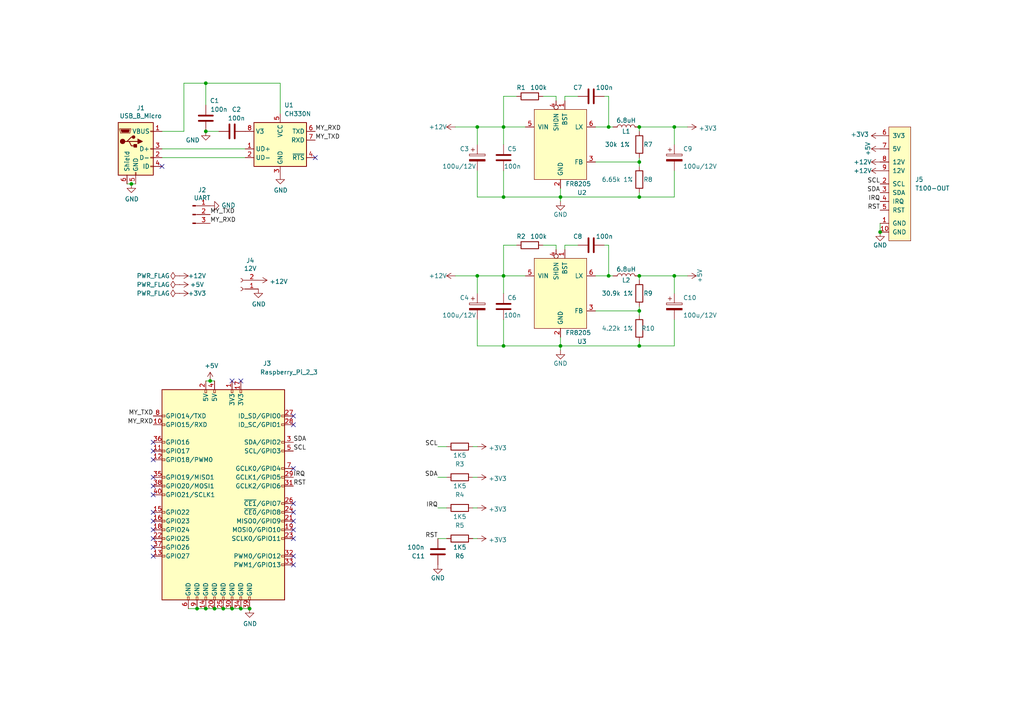
<source format=kicad_sch>
(kicad_sch (version 20210621) (generator eeschema)
  (paper "A4")
  (lib_symbols
    (symbol "Connector:Conn_01x02_Female" (pin_names (offset 1.016) hide)
      (property "Reference" "J" (at 0 2.54 0))
      (property "Value" "Conn_01x02_Female" (at 0 -5.08 0))
      (symbol "Conn_01x02_Female_1_1"
        (arc (start 0 -2.032) (mid -0.508 -2.54) (end 0 -3.048) (stroke (width 0.1524)))
        (polyline (pts (xy -1.27 -2.54) (xy -0.508 -2.54)) (stroke (width 0.1524)))
        (polyline (pts (xy -1.27 0) (xy -0.508 0)) (stroke (width 0.1524)))
        (arc (start 0 0.508) (mid -0.508 0) (end 0 -0.508) (stroke (width 0.1524)))
        (pin passive line (at -5.08 0 0) (length 3.81) (name "Pin_1") (number "1"))
        (pin passive line (at -5.08 -2.54 0) (length 3.81) (name "Pin_2") (number "2"))
      )
    )
    (symbol "Connector:Conn_01x03_Male" (pin_names (offset 1.016) hide)
      (property "Reference" "J" (at 0 5.08 0))
      (property "Value" "Conn_01x03_Male" (at 0 -5.08 0))
      (symbol "Conn_01x03_Male_1_1"
        (polyline (pts (xy 1.27 -2.54) (xy 0.8636 -2.54)) (stroke (width 0.1524)))
        (polyline (pts (xy 1.27 0) (xy 0.8636 0)) (stroke (width 0.1524)))
        (polyline (pts (xy 1.27 2.54) (xy 0.8636 2.54)) (stroke (width 0.1524)))
        (rectangle (start 0.8636 -2.413) (end 0 -2.667) (stroke (width 0.1524)) (fill (type outline)))
        (rectangle (start 0.8636 0.127) (end 0 -0.127) (stroke (width 0.1524)) (fill (type outline)))
        (rectangle (start 0.8636 2.667) (end 0 2.413) (stroke (width 0.1524)) (fill (type outline)))
        (pin passive line (at 5.08 2.54 180) (length 3.81) (name "Pin_1") (number "1"))
        (pin passive line (at 5.08 0 180) (length 3.81) (name "Pin_2") (number "2"))
        (pin passive line (at 5.08 -2.54 180) (length 3.81) (name "Pin_3") (number "3"))
      )
    )
    (symbol "Connector:Raspberry_Pi_2_3" (pin_names (offset 1.016))
      (property "Reference" "J" (at -17.78 31.75 0))
      (property "Value" "Raspberry_Pi_2_3" (at 10.16 -31.75 0))
      (symbol "Raspberry_Pi_2_3_0_1"
        (rectangle (start -17.78 30.48) (end 17.78 -30.48) (stroke (width 0.254)) (fill (type background)))
      )
      (symbol "Raspberry_Pi_2_3_1_1"
        (rectangle (start -16.891 -17.526) (end -17.78 -18.034))
        (rectangle (start -16.891 -14.986) (end -17.78 -15.494))
        (rectangle (start -16.891 -12.446) (end -17.78 -12.954))
        (rectangle (start -16.891 -9.906) (end -17.78 -10.414))
        (rectangle (start -16.891 -7.366) (end -17.78 -7.874))
        (rectangle (start -16.891 -4.826) (end -17.78 -5.334))
        (rectangle (start -16.891 0.254) (end -17.78 -0.254))
        (rectangle (start -16.891 2.794) (end -17.78 2.286))
        (rectangle (start -16.891 5.334) (end -17.78 4.826))
        (rectangle (start -16.891 10.414) (end -17.78 9.906))
        (rectangle (start -16.891 12.954) (end -17.78 12.446))
        (rectangle (start -16.891 15.494) (end -17.78 14.986))
        (rectangle (start -16.891 20.574) (end -17.78 20.066))
        (rectangle (start -16.891 23.114) (end -17.78 22.606))
        (rectangle (start -10.414 -29.591) (end -9.906 -30.48))
        (rectangle (start -7.874 -29.591) (end -7.366 -30.48))
        (rectangle (start -5.334 -29.591) (end -4.826 -30.48))
        (rectangle (start -5.334 30.48) (end -4.826 29.591))
        (rectangle (start -2.794 -29.591) (end -2.286 -30.48))
        (rectangle (start -2.794 30.48) (end -2.286 29.591))
        (rectangle (start -0.254 -29.591) (end 0.254 -30.48))
        (rectangle (start 2.286 -29.591) (end 2.794 -30.48))
        (rectangle (start 2.286 30.48) (end 2.794 29.591))
        (rectangle (start 4.826 -29.591) (end 5.334 -30.48))
        (rectangle (start 4.826 30.48) (end 5.334 29.591))
        (rectangle (start 7.366 -29.591) (end 7.874 -30.48))
        (rectangle (start 17.78 -20.066) (end 16.891 -20.574))
        (rectangle (start 17.78 -17.526) (end 16.891 -18.034))
        (rectangle (start 17.78 -12.446) (end 16.891 -12.954))
        (rectangle (start 17.78 -9.906) (end 16.891 -10.414))
        (rectangle (start 17.78 -7.366) (end 16.891 -7.874))
        (rectangle (start 17.78 -4.826) (end 16.891 -5.334))
        (rectangle (start 17.78 -2.286) (end 16.891 -2.794))
        (rectangle (start 17.78 2.794) (end 16.891 2.286))
        (rectangle (start 17.78 5.334) (end 16.891 4.826))
        (rectangle (start 17.78 7.874) (end 16.891 7.366))
        (rectangle (start 17.78 12.954) (end 16.891 12.446))
        (rectangle (start 17.78 15.494) (end 16.891 14.986))
        (rectangle (start 17.78 20.574) (end 16.891 20.066))
        (rectangle (start 17.78 23.114) (end 16.891 22.606))
        (pin power_in line (at 2.54 33.02 270) (length 2.54) (name "3V3") (number "1"))
        (pin bidirectional line (at -20.32 20.32 0) (length 2.54) (name "GPIO15/RXD") (number "10"))
        (pin bidirectional line (at -20.32 12.7 0) (length 2.54) (name "GPIO17") (number "11"))
        (pin bidirectional line (at -20.32 10.16 0) (length 2.54) (name "GPIO18/PWM0") (number "12"))
        (pin bidirectional line (at -20.32 -17.78 0) (length 2.54) (name "GPIO27") (number "13"))
        (pin power_in line (at -5.08 -33.02 90) (length 2.54) (name "GND") (number "14"))
        (pin bidirectional line (at -20.32 -5.08 0) (length 2.54) (name "GPIO22") (number "15"))
        (pin bidirectional line (at -20.32 -7.62 0) (length 2.54) (name "GPIO23") (number "16"))
        (pin power_in line (at 5.08 33.02 270) (length 2.54) (name "3V3") (number "17"))
        (pin bidirectional line (at -20.32 -10.16 0) (length 2.54) (name "GPIO24") (number "18"))
        (pin bidirectional line (at 20.32 -10.16 180) (length 2.54) (name "MOSI0/GPIO10") (number "19"))
        (pin power_in line (at -5.08 33.02 270) (length 2.54) (name "5V") (number "2"))
        (pin power_in line (at -2.54 -33.02 90) (length 2.54) (name "GND") (number "20"))
        (pin bidirectional line (at 20.32 -7.62 180) (length 2.54) (name "MISO0/GPIO9") (number "21"))
        (pin bidirectional line (at -20.32 -12.7 0) (length 2.54) (name "GPIO25") (number "22"))
        (pin bidirectional line (at 20.32 -12.7 180) (length 2.54) (name "SCLK0/GPIO11") (number "23"))
        (pin bidirectional line (at 20.32 -5.08 180) (length 2.54) (name "~{CE0}/GPIO8") (number "24"))
        (pin power_in line (at 0 -33.02 90) (length 2.54) (name "GND") (number "25"))
        (pin bidirectional line (at 20.32 -2.54 180) (length 2.54) (name "~{CE1}/GPIO7") (number "26"))
        (pin bidirectional line (at 20.32 22.86 180) (length 2.54) (name "ID_SD/GPIO0") (number "27"))
        (pin bidirectional line (at 20.32 20.32 180) (length 2.54) (name "ID_SC/GPIO1") (number "28"))
        (pin bidirectional line (at 20.32 5.08 180) (length 2.54) (name "GCLK1/GPIO5") (number "29"))
        (pin bidirectional line (at 20.32 15.24 180) (length 2.54) (name "SDA/GPIO2") (number "3"))
        (pin power_in line (at 2.54 -33.02 90) (length 2.54) (name "GND") (number "30"))
        (pin bidirectional line (at 20.32 2.54 180) (length 2.54) (name "GCLK2/GPIO6") (number "31"))
        (pin bidirectional line (at 20.32 -17.78 180) (length 2.54) (name "PWM0/GPIO12") (number "32"))
        (pin bidirectional line (at 20.32 -20.32 180) (length 2.54) (name "PWM1/GPIO13") (number "33"))
        (pin power_in line (at 5.08 -33.02 90) (length 2.54) (name "GND") (number "34"))
        (pin bidirectional line (at -20.32 5.08 0) (length 2.54) (name "GPIO19/MISO1") (number "35"))
        (pin bidirectional line (at -20.32 15.24 0) (length 2.54) (name "GPIO16") (number "36"))
        (pin bidirectional line (at -20.32 -15.24 0) (length 2.54) (name "GPIO26") (number "37"))
        (pin bidirectional line (at -20.32 2.54 0) (length 2.54) (name "GPIO20/MOSI1") (number "38"))
        (pin power_in line (at 7.62 -33.02 90) (length 2.54) (name "GND") (number "39"))
        (pin power_in line (at -2.54 33.02 270) (length 2.54) (name "5V") (number "4"))
        (pin bidirectional line (at -20.32 0 0) (length 2.54) (name "GPIO21/SCLK1") (number "40"))
        (pin bidirectional line (at 20.32 12.7 180) (length 2.54) (name "SCL/GPIO3") (number "5"))
        (pin power_in line (at -10.16 -33.02 90) (length 2.54) (name "GND") (number "6"))
        (pin bidirectional line (at 20.32 7.62 180) (length 2.54) (name "GCLK0/GPIO4") (number "7"))
        (pin bidirectional line (at -20.32 22.86 0) (length 2.54) (name "GPIO14/TXD") (number "8"))
        (pin power_in line (at -7.62 -33.02 90) (length 2.54) (name "GND") (number "9"))
      )
    )
    (symbol "Connector:USB_B_Micro" (pin_names (offset 1.016))
      (property "Reference" "J" (at -5.08 11.43 0))
      (property "Value" "USB_B_Micro" (at -5.08 8.89 0))
      (symbol "USB_B_Micro_0_1"
        (rectangle (start -5.08 -7.62) (end 5.08 7.62) (stroke (width 0.254)) (fill (type background)))
        (circle (center -3.81 2.159) (radius 0.635) (stroke (width 0.254)) (stroke (width 0.254)) (fill (type outline)))
        (circle (center -0.635 3.429) (radius 0.381) (stroke (width 0.254)) (stroke (width 0.254)) (fill (type outline)))
        (rectangle (start -0.127 -7.62) (end 0.127 -6.858))
        (polyline (pts (xy -1.905 2.159) (xy 0.635 2.159)) (stroke (width 0.254)))
        (polyline (pts (xy -3.175 2.159) (xy -2.54 2.159) (xy -1.27 3.429) (xy -0.635 3.429)) (stroke (width 0.254)))
        (polyline (pts (xy -2.54 2.159) (xy -1.905 2.159) (xy -1.27 0.889) (xy 0 0.889)) (stroke (width 0.254)))
        (polyline (pts (xy 0.635 2.794) (xy 0.635 1.524) (xy 1.905 2.159) (xy 0.635 2.794)) (stroke (width 0.254)) (fill (type outline)))
        (polyline (pts (xy -4.318 5.588) (xy -1.778 5.588) (xy -2.032 4.826) (xy -4.064 4.826) (xy -4.318 5.588)) (fill (type outline)))
        (polyline (pts (xy -4.699 5.842) (xy -4.699 5.588) (xy -4.445 4.826) (xy -4.445 4.572) (xy -1.651 4.572) (xy -1.651 4.826) (xy -1.397 5.588) (xy -1.397 5.842) (xy -4.699 5.842)))
        (rectangle (start 0.254 1.27) (end -0.508 0.508) (stroke (width 0.254)) (fill (type outline)))
        (rectangle (start 5.08 -5.207) (end 4.318 -4.953))
        (rectangle (start 5.08 -2.667) (end 4.318 -2.413))
        (rectangle (start 5.08 -0.127) (end 4.318 0.127))
        (rectangle (start 5.08 4.953) (end 4.318 5.207))
      )
      (symbol "USB_B_Micro_1_1"
        (pin power_out line (at 7.62 5.08 180) (length 2.54) (name "VBUS") (number "1"))
        (pin bidirectional line (at 7.62 -2.54 180) (length 2.54) (name "D-") (number "2"))
        (pin bidirectional line (at 7.62 0 180) (length 2.54) (name "D+") (number "3"))
        (pin passive line (at 7.62 -5.08 180) (length 2.54) (name "ID") (number "4"))
        (pin power_out line (at 0 -10.16 90) (length 2.54) (name "GND") (number "5"))
        (pin passive line (at -2.54 -10.16 90) (length 2.54) (name "Shield") (number "6"))
      )
    )
    (symbol "Device:C" (pin_numbers hide) (pin_names (offset 0.254))
      (property "Reference" "C" (at 0.635 2.54 0))
      (property "Value" "C" (at 0.635 -2.54 0))
      (symbol "C_0_1"
        (polyline (pts (xy -2.032 -0.762) (xy 2.032 -0.762)) (stroke (width 0.508)))
        (polyline (pts (xy -2.032 0.762) (xy 2.032 0.762)) (stroke (width 0.508)))
      )
      (symbol "C_1_1"
        (pin passive line (at 0 3.81 270) (length 2.794) (name "~") (number "1"))
        (pin passive line (at 0 -3.81 90) (length 2.794) (name "~") (number "2"))
      )
    )
    (symbol "Device:C_Polarized" (pin_numbers hide) (pin_names (offset 0.254))
      (property "Reference" "C" (at 0.635 2.54 0))
      (property "Value" "C_Polarized" (at 0.635 -2.54 0))
      (symbol "C_Polarized_0_1"
        (rectangle (start -2.286 0.508) (end 2.286 1.016))
        (polyline (pts (xy -1.778 2.286) (xy -0.762 2.286)))
        (polyline (pts (xy -1.27 2.794) (xy -1.27 1.778)))
        (rectangle (start 2.286 -0.508) (end -2.286 -1.016) (fill (type outline)))
      )
      (symbol "C_Polarized_1_1"
        (pin passive line (at 0 3.81 270) (length 2.794) (name "~") (number "1"))
        (pin passive line (at 0 -3.81 90) (length 2.794) (name "~") (number "2"))
      )
    )
    (symbol "Device:L" (pin_numbers hide) (pin_names (offset 1.016) hide)
      (property "Reference" "L" (at -1.27 0 90))
      (property "Value" "L" (at 1.905 0 90))
      (symbol "L_0_1"
        (arc (start 0 -2.54) (mid 0.635 -1.905) (end 0 -1.27))
        (arc (start 0 -1.27) (mid 0.635 -0.635) (end 0 0))
        (arc (start 0 0) (mid 0.635 0.635) (end 0 1.27))
        (arc (start 0 1.27) (mid 0.635 1.905) (end 0 2.54))
      )
      (symbol "L_1_1"
        (pin passive line (at 0 3.81 270) (length 1.27) (name "1") (number "1"))
        (pin passive line (at 0 -3.81 90) (length 1.27) (name "2") (number "2"))
      )
    )
    (symbol "Device:R" (pin_numbers hide) (pin_names (offset 0))
      (property "Reference" "R" (at 2.032 0 90))
      (property "Value" "R" (at 0 0 90))
      (symbol "R_0_1"
        (rectangle (start -1.016 -2.54) (end 1.016 2.54) (stroke (width 0.254)))
      )
      (symbol "R_1_1"
        (pin passive line (at 0 3.81 270) (length 1.27) (name "~") (number "1"))
        (pin passive line (at 0 -3.81 90) (length 1.27) (name "~") (number "2"))
      )
    )
    (symbol "Drake:FR8205" (pin_names (offset 1.016))
      (property "Reference" "U" (at 6.35 13.97 0))
      (property "Value" "FR8205" (at 5.08 -8.89 0))
      (symbol "FR8205_0_1"
        (rectangle (start 7.62 -7.62) (end -7.62 12.7) (fill (type background)))
      )
      (symbol "FR8205_1_1"
        (pin bidirectional line (at 1.27 15.24 270) (length 2.54) (name "BST") (number "1"))
        (pin power_in line (at 0 -10.16 90) (length 2.54) (name "GND") (number "2"))
        (pin input line (at 10.16 -2.54 180) (length 2.54) (name "FB") (number "3"))
        (pin input inverted (at -1.27 15.24 270) (length 2.54) (name "SHDN") (number "4"))
        (pin power_in line (at -10.16 7.62 0) (length 2.54) (name "VIN") (number "5"))
        (pin power_out line (at 10.16 7.62 180) (length 2.54) (name "LX") (number "6"))
      )
    )
    (symbol "Drake:T100-OUT" (pin_names (offset 1.016))
      (property "Reference" "J" (at 1.27 -17.78 0))
      (property "Value" "T100-OUT" (at 3.81 17.78 0))
      (symbol "T100-OUT_0_0"
        (pin power_in line (at -2.54 -11.43 0) (length 2.54) (name "GND") (number "1"))
        (pin power_in line (at -2.54 -13.97 0) (length 2.54) (name "GND") (number "10"))
        (pin input line (at -2.54 0 0) (length 2.54) (name "SCL") (number "2"))
        (pin bidirectional line (at -2.54 -2.54 0) (length 2.54) (name "SDA") (number "3"))
        (pin bidirectional line (at -2.54 -5.08 0) (length 2.54) (name "IRQ") (number "4"))
        (pin bidirectional line (at -2.54 -7.62 0) (length 2.54) (name "RST") (number "5"))
        (pin power_in line (at -2.54 13.97 0) (length 2.54) (name "3V3") (number "6"))
        (pin power_in line (at -2.54 10.16 0) (length 2.54) (name "5V") (number "7"))
        (pin power_in line (at -2.54 6.35 0) (length 2.54) (name "12V") (number "8"))
        (pin power_in line (at -2.54 3.81 0) (length 2.54) (name "12V") (number "9"))
      )
      (symbol "T100-OUT_0_1"
        (rectangle (start 6.35 16.51) (end 0 -16.51) (fill (type background)))
      )
    )
    (symbol "Interface_USB:CH330N"
      (property "Reference" "U" (at -7.62 6.35 0))
      (property "Value" "CH330N" (at 7.62 6.35 0))
      (symbol "CH330N_0_1"
        (rectangle (start -7.62 5.08) (end 7.62 -7.62) (stroke (width 0.254)) (fill (type background)))
      )
      (symbol "CH330N_1_1"
        (pin bidirectional line (at -10.16 -2.54 0) (length 2.54) (name "UD+") (number "1"))
        (pin bidirectional line (at -10.16 -5.08 0) (length 2.54) (name "UD-") (number "2"))
        (pin power_in line (at 0 -10.16 90) (length 2.54) (name "GND") (number "3"))
        (pin output line (at 10.16 -5.08 180) (length 2.54) (name "~{RTS}") (number "4"))
        (pin power_in line (at 0 7.62 270) (length 2.54) (name "VCC") (number "5"))
        (pin output line (at 10.16 2.54 180) (length 2.54) (name "TXD") (number "6"))
        (pin input line (at 10.16 0 180) (length 2.54) (name "RXD") (number "7"))
        (pin passive line (at -10.16 2.54 0) (length 2.54) (name "V3") (number "8"))
      )
    )
    (symbol "power:+12V" (power) (pin_names (offset 0))
      (property "Value" "+12V" (at 0 3.556 0))
      (symbol "+12V_0_1"
        (polyline (pts (xy -0.762 1.27) (xy 0 2.54)))
        (polyline (pts (xy 0 0) (xy 0 2.54)))
        (polyline (pts (xy 0 2.54) (xy 0.762 1.27)))
      )
      (symbol "+12V_1_1"
        (pin power_in line (at 0 0 90) (length 0) hide (name "+12V") (number "1"))
      )
    )
    (symbol "power:+3.3V" (power) (pin_names (offset 0))
      (property "Value" "+3.3V" (at 0 3.556 0))
      (symbol "+3.3V_0_1"
        (polyline (pts (xy -0.762 1.27) (xy 0 2.54)))
        (polyline (pts (xy 0 0) (xy 0 2.54)))
        (polyline (pts (xy 0 2.54) (xy 0.762 1.27)))
      )
      (symbol "+3.3V_1_1"
        (pin power_in line (at 0 0 90) (length 0) hide (name "+3V3") (number "1"))
      )
    )
    (symbol "power:+3V3" (power) (pin_names (offset 0))
      (property "Value" "+3V3" (at 0 3.556 0))
      (symbol "+3V3_0_1"
        (polyline (pts (xy -0.762 1.27) (xy 0 2.54)))
        (polyline (pts (xy 0 0) (xy 0 2.54)))
        (polyline (pts (xy 0 2.54) (xy 0.762 1.27)))
      )
      (symbol "+3V3_1_1"
        (pin power_in line (at 0 0 90) (length 0) hide (name "+3V3") (number "1"))
      )
    )
    (symbol "power:+5V" (power) (pin_names (offset 0))
      (property "Value" "+5V" (at 0 3.556 0))
      (symbol "+5V_0_1"
        (polyline (pts (xy -0.762 1.27) (xy 0 2.54)))
        (polyline (pts (xy 0 0) (xy 0 2.54)))
        (polyline (pts (xy 0 2.54) (xy 0.762 1.27)))
      )
      (symbol "+5V_1_1"
        (pin power_in line (at 0 0 90) (length 0) hide (name "+5V") (number "1"))
      )
    )
    (symbol "power:GND" (power) (pin_names (offset 0))
      (property "Value" "GND" (at 0 -3.81 0))
      (symbol "GND_0_1"
        (polyline (pts (xy 0 0) (xy 0 -1.27) (xy 1.27 -1.27) (xy 0 -2.54) (xy -1.27 -1.27) (xy 0 -1.27)))
      )
      (symbol "GND_1_1"
        (pin power_in line (at 0 0 270) (length 0) hide (name "GND") (number "1"))
      )
    )
    (symbol "power:PWR_FLAG" (power) (pin_numbers hide) (pin_names (offset 0) hide)
      (property "Value" "PWR_FLAG" (at 0 3.81 0))
      (symbol "PWR_FLAG_0_0"
        (pin power_out line (at 0 0 90) (length 0) (name "pwr") (number "1"))
      )
      (symbol "PWR_FLAG_0_1"
        (polyline (pts (xy 0 0) (xy 0 1.27) (xy -1.016 1.905) (xy 0 2.54) (xy 1.016 1.905) (xy 0 1.27)))
      )
    )
  )
  (junction (at 38.1 53.34))
  (junction (at 57.15 176.53))
  (junction (at 59.69 24.13))
  (junction (at 59.69 38.1))
  (junction (at 59.69 176.53))
  (junction (at 60.96 110.49))
  (junction (at 62.23 176.53))
  (junction (at 64.77 176.53))
  (junction (at 67.31 176.53))
  (junction (at 69.85 176.53))
  (junction (at 72.39 176.53))
  (junction (at 138.43 36.83))
  (junction (at 138.43 80.01))
  (junction (at 146.05 36.83))
  (junction (at 146.05 57.15))
  (junction (at 146.05 80.01))
  (junction (at 146.05 100.33))
  (junction (at 162.56 57.15))
  (junction (at 162.56 100.33))
  (junction (at 176.53 36.83))
  (junction (at 176.53 80.01))
  (junction (at 185.42 36.83))
  (junction (at 185.42 46.99))
  (junction (at 185.42 57.15))
  (junction (at 185.42 80.01))
  (junction (at 185.42 90.17))
  (junction (at 185.42 100.33))
  (junction (at 195.58 36.83))
  (junction (at 195.58 80.01))
  (junction (at 255.27 67.31))
  (no_connect (at 44.45 128.27))
  (no_connect (at 44.45 130.81))
  (no_connect (at 44.45 133.35))
  (no_connect (at 44.45 138.43))
  (no_connect (at 44.45 140.97))
  (no_connect (at 44.45 143.51))
  (no_connect (at 44.45 148.59))
  (no_connect (at 44.45 151.13))
  (no_connect (at 44.45 153.67))
  (no_connect (at 44.45 156.21))
  (no_connect (at 44.45 158.75))
  (no_connect (at 44.45 161.29))
  (no_connect (at 46.99 48.26))
  (no_connect (at 67.31 110.49))
  (no_connect (at 69.85 110.49))
  (no_connect (at 85.09 120.65))
  (no_connect (at 85.09 123.19))
  (no_connect (at 85.09 135.89))
  (no_connect (at 85.09 146.05))
  (no_connect (at 85.09 148.59))
  (no_connect (at 85.09 151.13))
  (no_connect (at 85.09 153.67))
  (no_connect (at 85.09 156.21))
  (no_connect (at 85.09 161.29))
  (no_connect (at 85.09 163.83))
  (no_connect (at 91.44 45.72))
  (wire (pts (xy 36.83 53.34) (xy 38.1 53.34)))
  (wire (pts (xy 38.1 53.34) (xy 39.37 53.34)))
  (wire (pts (xy 46.99 38.1) (xy 53.34 38.1)))
  (wire (pts (xy 46.99 43.18) (xy 71.12 43.18)))
  (wire (pts (xy 46.99 45.72) (xy 71.12 45.72)))
  (wire (pts (xy 53.34 24.13) (xy 59.69 24.13)))
  (wire (pts (xy 53.34 38.1) (xy 53.34 24.13)))
  (wire (pts (xy 54.61 176.53) (xy 57.15 176.53)))
  (wire (pts (xy 57.15 176.53) (xy 59.69 176.53)))
  (wire (pts (xy 59.69 24.13) (xy 81.28 24.13)))
  (wire (pts (xy 59.69 30.48) (xy 59.69 24.13)))
  (wire (pts (xy 59.69 38.1) (xy 63.5 38.1)))
  (wire (pts (xy 59.69 110.49) (xy 60.96 110.49)))
  (wire (pts (xy 59.69 176.53) (xy 62.23 176.53)))
  (wire (pts (xy 60.96 110.49) (xy 62.23 110.49)))
  (wire (pts (xy 62.23 176.53) (xy 64.77 176.53)))
  (wire (pts (xy 64.77 176.53) (xy 67.31 176.53)))
  (wire (pts (xy 67.31 176.53) (xy 69.85 176.53)))
  (wire (pts (xy 69.85 176.53) (xy 72.39 176.53)))
  (wire (pts (xy 81.28 24.13) (xy 81.28 33.02)))
  (wire (pts (xy 129.54 129.54) (xy 127 129.54)))
  (wire (pts (xy 129.54 138.43) (xy 127 138.43)))
  (wire (pts (xy 129.54 147.32) (xy 127 147.32)))
  (wire (pts (xy 129.54 156.21) (xy 127 156.21)))
  (wire (pts (xy 132.08 36.83) (xy 138.43 36.83)))
  (wire (pts (xy 132.08 80.01) (xy 138.43 80.01)))
  (wire (pts (xy 137.16 129.54) (xy 138.43 129.54)))
  (wire (pts (xy 137.16 138.43) (xy 138.43 138.43)))
  (wire (pts (xy 137.16 147.32) (xy 138.43 147.32)))
  (wire (pts (xy 137.16 156.21) (xy 138.43 156.21)))
  (wire (pts (xy 138.43 36.83) (xy 146.05 36.83)))
  (wire (pts (xy 138.43 41.91) (xy 138.43 36.83)))
  (wire (pts (xy 138.43 49.53) (xy 138.43 57.15)))
  (wire (pts (xy 138.43 57.15) (xy 146.05 57.15)))
  (wire (pts (xy 138.43 80.01) (xy 146.05 80.01)))
  (wire (pts (xy 138.43 85.09) (xy 138.43 80.01)))
  (wire (pts (xy 138.43 92.71) (xy 138.43 100.33)))
  (wire (pts (xy 138.43 100.33) (xy 146.05 100.33)))
  (wire (pts (xy 146.05 27.94) (xy 146.05 36.83)))
  (wire (pts (xy 146.05 36.83) (xy 152.4 36.83)))
  (wire (pts (xy 146.05 41.91) (xy 146.05 36.83)))
  (wire (pts (xy 146.05 49.53) (xy 146.05 57.15)))
  (wire (pts (xy 146.05 57.15) (xy 162.56 57.15)))
  (wire (pts (xy 146.05 71.12) (xy 146.05 80.01)))
  (wire (pts (xy 146.05 80.01) (xy 152.4 80.01)))
  (wire (pts (xy 146.05 85.09) (xy 146.05 80.01)))
  (wire (pts (xy 146.05 92.71) (xy 146.05 100.33)))
  (wire (pts (xy 146.05 100.33) (xy 162.56 100.33)))
  (wire (pts (xy 149.86 27.94) (xy 146.05 27.94)))
  (wire (pts (xy 149.86 71.12) (xy 146.05 71.12)))
  (wire (pts (xy 157.48 27.94) (xy 161.29 27.94)))
  (wire (pts (xy 157.48 71.12) (xy 161.29 71.12)))
  (wire (pts (xy 161.29 27.94) (xy 161.29 29.21)))
  (wire (pts (xy 161.29 71.12) (xy 161.29 72.39)))
  (wire (pts (xy 162.56 54.61) (xy 162.56 57.15)))
  (wire (pts (xy 162.56 57.15) (xy 185.42 57.15)))
  (wire (pts (xy 162.56 58.42) (xy 162.56 57.15)))
  (wire (pts (xy 162.56 97.79) (xy 162.56 100.33)))
  (wire (pts (xy 162.56 100.33) (xy 185.42 100.33)))
  (wire (pts (xy 162.56 101.6) (xy 162.56 100.33)))
  (wire (pts (xy 163.83 27.94) (xy 167.64 27.94)))
  (wire (pts (xy 163.83 29.21) (xy 163.83 27.94)))
  (wire (pts (xy 163.83 71.12) (xy 167.64 71.12)))
  (wire (pts (xy 163.83 72.39) (xy 163.83 71.12)))
  (wire (pts (xy 172.72 36.83) (xy 176.53 36.83)))
  (wire (pts (xy 172.72 46.99) (xy 185.42 46.99)))
  (wire (pts (xy 172.72 80.01) (xy 176.53 80.01)))
  (wire (pts (xy 172.72 90.17) (xy 185.42 90.17)))
  (wire (pts (xy 176.53 27.94) (xy 175.26 27.94)))
  (wire (pts (xy 176.53 36.83) (xy 176.53 27.94)))
  (wire (pts (xy 176.53 36.83) (xy 177.8 36.83)))
  (wire (pts (xy 176.53 71.12) (xy 175.26 71.12)))
  (wire (pts (xy 176.53 80.01) (xy 176.53 71.12)))
  (wire (pts (xy 176.53 80.01) (xy 177.8 80.01)))
  (wire (pts (xy 185.42 36.83) (xy 195.58 36.83)))
  (wire (pts (xy 185.42 38.1) (xy 185.42 36.83)))
  (wire (pts (xy 185.42 46.99) (xy 185.42 45.72)))
  (wire (pts (xy 185.42 46.99) (xy 185.42 48.26)))
  (wire (pts (xy 185.42 55.88) (xy 185.42 57.15)))
  (wire (pts (xy 185.42 80.01) (xy 195.58 80.01)))
  (wire (pts (xy 185.42 81.28) (xy 185.42 80.01)))
  (wire (pts (xy 185.42 90.17) (xy 185.42 88.9)))
  (wire (pts (xy 185.42 90.17) (xy 185.42 91.44)))
  (wire (pts (xy 185.42 99.06) (xy 185.42 100.33)))
  (wire (pts (xy 195.58 36.83) (xy 199.39 36.83)))
  (wire (pts (xy 195.58 41.91) (xy 195.58 36.83)))
  (wire (pts (xy 195.58 49.53) (xy 195.58 57.15)))
  (wire (pts (xy 195.58 57.15) (xy 185.42 57.15)))
  (wire (pts (xy 195.58 80.01) (xy 199.39 80.01)))
  (wire (pts (xy 195.58 85.09) (xy 195.58 80.01)))
  (wire (pts (xy 195.58 92.71) (xy 195.58 100.33)))
  (wire (pts (xy 195.58 100.33) (xy 185.42 100.33)))
  (wire (pts (xy 255.27 64.77) (xy 255.27 67.31)))
  (label "MY_TXD" (at 44.45 120.65 180))
  (label "MY_RXD" (at 44.45 123.19 180))
  (label "MY_TXD" (at 60.96 62.23 0))
  (label "MY_RXD" (at 60.96 64.77 0))
  (label "SDA" (at 85.09 128.27 0))
  (label "SCL" (at 85.09 130.81 0))
  (label "IRQ" (at 85.09 138.43 0))
  (label "RST" (at 85.09 140.97 0))
  (label "MY_RXD" (at 91.44 38.1 0))
  (label "MY_TXD" (at 91.44 40.64 0))
  (label "SCL" (at 127 129.54 180))
  (label "SDA" (at 127 138.43 180))
  (label "IRQ" (at 127 147.32 180))
  (label "RST" (at 127 156.21 180))
  (label "SCL" (at 255.27 53.34 180))
  (label "SDA" (at 255.27 55.88 180))
  (label "IRQ" (at 255.27 58.42 180))
  (label "RST" (at 255.27 60.96 180))
  (symbol (lib_id "power:+12V") (at 52.07 80.01 270) (unit 1)
    (property "Reference" "#PWR02" (effects hide))
    (property "Value" "+12V" (at 57.15 80.01 90))
  )
  (symbol (lib_id "power:+5V") (at 52.07 82.55 270) (unit 1)
    (property "Reference" "#PWR03" (effects hide))
    (property "Value" "+5V" (at 57.15 82.55 90))
  )
  (symbol (lib_id "power:+3.3V") (at 52.07 85.09 270) (unit 1)
    (property "Reference" "#PWR04" (effects hide))
    (property "Value" "+3V3" (at 57.15 85.09 90))
  )
  (symbol (lib_id "power:+5V") (at 60.96 110.49 0) (unit 1)
    (property "Reference" "#PWR07" (effects hide))
    (property "Value" "+5V" (at 61.341 106.0958 0))
  )
  (symbol (lib_id "power:+12V") (at 74.93 81.28 270) (unit 1)
    (property "Reference" "#PWR09" (effects hide))
    (property "Value" "+12V" (at 78.1812 81.661 90) (effects (justify left)))
  )
  (symbol (lib_id "power:+12V") (at 132.08 36.83 90) (unit 1)
    (property "Reference" "#PWR012" (effects hide))
    (property "Value" "+12V" (at 127 36.83 90))
  )
  (symbol (lib_id "power:+12V") (at 132.08 80.01 90) (unit 1)
    (property "Reference" "#PWR013" (effects hide))
    (property "Value" "+12V" (at 127 80.01 90))
  )
  (symbol (lib_id "power:+3V3") (at 138.43 129.54 270) (unit 1)
    (property "Reference" "#PWR016" (effects hide))
    (property "Value" "+3V3" (at 141.6812 129.921 90) (effects (justify left)))
  )
  (symbol (lib_id "power:+3V3") (at 138.43 138.43 270) (unit 1)
    (property "Reference" "#PWR017" (effects hide))
    (property "Value" "+3V3" (at 141.6812 138.811 90) (effects (justify left)))
  )
  (symbol (lib_id "power:+3V3") (at 138.43 147.32 270) (unit 1)
    (property "Reference" "#PWR018" (effects hide))
    (property "Value" "+3V3" (at 141.6812 147.701 90) (effects (justify left)))
  )
  (symbol (lib_id "power:+3V3") (at 138.43 156.21 270) (unit 1)
    (property "Reference" "#PWR019" (effects hide))
    (property "Value" "+3V3" (at 141.6812 156.591 90) (effects (justify left)))
  )
  (symbol (lib_id "power:+3V3") (at 199.39 36.83 270) (unit 1)
    (property "Reference" "#PWR021" (effects hide))
    (property "Value" "+3V3" (at 202.6412 37.211 90) (effects (justify left)))
  )
  (symbol (lib_id "power:+5V") (at 199.39 80.01 270) (unit 1)
    (property "Reference" "#PWR020" (effects hide))
    (property "Value" "+5V" (at 202.946 80.01 0))
  )
  (symbol (lib_id "power:+3V3") (at 255.27 39.37 90) (unit 1)
    (property "Reference" "#PWR027" (effects hide))
    (property "Value" "+3V3" (at 252.0188 38.989 90) (effects (justify left)))
  )
  (symbol (lib_id "power:+5V") (at 255.27 43.18 90) (unit 1)
    (property "Reference" "#PWR028" (effects hide))
    (property "Value" "+5V" (at 251.714 43.18 0))
  )
  (symbol (lib_id "power:+12V") (at 255.27 46.99 90) (unit 1)
    (property "Reference" "#PWR029" (effects hide))
    (property "Value" "+12V" (at 250.19 46.99 90))
  )
  (symbol (lib_id "power:+12V") (at 255.27 49.53 90) (unit 1)
    (property "Reference" "#PWR030" (effects hide))
    (property "Value" "+12V" (at 250.19 49.53 90))
  )
  (symbol (lib_id "power:PWR_FLAG") (at 52.07 80.01 90) (unit 1)
    (property "Reference" "#FLG01" (effects hide))
    (property "Value" "PWR_FLAG" (at 44.45 80.01 90))
  )
  (symbol (lib_id "power:PWR_FLAG") (at 52.07 82.55 90) (unit 1)
    (property "Reference" "#FLG02" (effects hide))
    (property "Value" "PWR_FLAG" (at 44.45 82.55 90))
  )
  (symbol (lib_id "power:PWR_FLAG") (at 52.07 85.09 90) (unit 1)
    (property "Reference" "#FLG03" (effects hide))
    (property "Value" "PWR_FLAG" (at 44.45 85.09 90))
  )
  (symbol (lib_id "power:GND") (at 38.1 53.34 0) (unit 1)
    (property "Reference" "#PWR01" (effects hide))
    (property "Value" "GND" (at 38.227 57.7342 0))
  )
  (symbol (lib_id "power:GND") (at 59.69 38.1 0) (unit 1)
    (property "Reference" "#PWR05" (effects hide))
    (property "Value" "GND" (at 55.88 40.64 0))
  )
  (symbol (lib_id "power:GND") (at 60.96 59.69 90) (unit 1)
    (property "Reference" "#PWR06" (effects hide))
    (property "Value" "GND" (at 64.2112 59.563 90) (effects (justify right)))
  )
  (symbol (lib_id "power:GND") (at 72.39 176.53 0) (unit 1)
    (property "Reference" "#PWR08" (effects hide))
    (property "Value" "GND" (at 72.517 180.9242 0))
  )
  (symbol (lib_id "power:GND") (at 74.93 83.82 0) (unit 1)
    (property "Reference" "#PWR010" (effects hide))
    (property "Value" "GND" (at 75.057 88.2142 0))
  )
  (symbol (lib_id "power:GND") (at 81.28 50.8 0) (unit 1)
    (property "Reference" "#PWR011" (effects hide))
    (property "Value" "GND" (at 81.407 55.1942 0))
  )
  (symbol (lib_id "power:GND") (at 127 163.83 0) (unit 1)
    (property "Reference" "#PWR022" (effects hide))
    (property "Value" "GND" (at 127 167.64 0))
  )
  (symbol (lib_id "power:GND") (at 162.56 58.42 0) (unit 1)
    (property "Reference" "#PWR014" (effects hide))
    (property "Value" "GND" (at 162.56 62.23 0))
  )
  (symbol (lib_id "power:GND") (at 162.56 101.6 0) (unit 1)
    (property "Reference" "#PWR015" (effects hide))
    (property "Value" "GND" (at 162.56 105.41 0))
  )
  (symbol (lib_id "power:GND") (at 255.27 67.31 0) (unit 1)
    (property "Reference" "#PWR031" (effects hide))
    (property "Value" "GND" (at 255.27 71.12 0))
  )
  (symbol (lib_id "Device:L") (at 181.61 36.83 90) (unit 1)
    (property "Reference" "L1" (at 181.61 38.1 90))
    (property "Value" "6.8uH" (at 181.61 34.925 90))
    (property "Footprint" "Drake:CKCS6028" (effects hide))
  )
  (symbol (lib_id "Device:L") (at 181.61 80.01 90) (unit 1)
    (property "Reference" "L2" (at 181.61 81.28 90))
    (property "Value" "6.8uH" (at 181.61 78.105 90))
    (property "Footprint" "Drake:CKCS6028" (effects hide))
  )
  (symbol (lib_id "Device:R") (at 133.35 129.54 90) (unit 1)
    (property "Reference" "R3" (at 133.35 134.62 90))
    (property "Value" "1K5" (at 133.35 132.08 90))
    (property "Footprint" "Resistor_SMD:R_0805_2012Metric" (effects hide))
  )
  (symbol (lib_id "Device:R") (at 133.35 138.43 90) (unit 1)
    (property "Reference" "R4" (at 133.35 143.51 90))
    (property "Value" "1K5" (at 133.35 140.97 90))
    (property "Footprint" "Resistor_SMD:R_0805_2012Metric" (effects hide))
  )
  (symbol (lib_id "Device:R") (at 133.35 147.32 90) (unit 1)
    (property "Reference" "R5" (at 133.35 152.4 90))
    (property "Value" "1K5" (at 133.35 149.86 90))
    (property "Footprint" "Resistor_SMD:R_0805_2012Metric" (effects hide))
  )
  (symbol (lib_id "Device:R") (at 133.35 156.21 90) (unit 1)
    (property "Reference" "R6" (at 133.35 161.29 90))
    (property "Value" "1K5" (at 133.35 158.75 90))
    (property "Footprint" "Resistor_SMD:R_0805_2012Metric" (effects hide))
  )
  (symbol (lib_id "Device:R") (at 153.67 27.94 270) (unit 1)
    (property "Reference" "R1" (at 151.13 25.4 90))
    (property "Value" "100k" (at 156.21 25.4 90))
    (property "Footprint" "Resistor_SMD:R_0805_2012Metric" (effects hide))
  )
  (symbol (lib_id "Device:R") (at 153.67 71.12 270) (unit 1)
    (property "Reference" "R2" (at 151.13 68.58 90))
    (property "Value" "100k" (at 156.21 68.58 90))
    (property "Footprint" "Resistor_SMD:R_0805_2012Metric" (effects hide))
  )
  (symbol (lib_id "Device:R") (at 185.42 41.91 180) (unit 1)
    (property "Reference" "R7" (at 187.96 41.91 0))
    (property "Value" "30k 1%" (at 179.07 41.91 0))
    (property "Footprint" "Resistor_SMD:R_0805_2012Metric" (effects hide))
  )
  (symbol (lib_id "Device:R") (at 185.42 52.07 180) (unit 1)
    (property "Reference" "R8" (at 187.96 52.07 0))
    (property "Value" "6.65k 1%" (at 179.07 52.07 0))
    (property "Footprint" "Resistor_SMD:R_0805_2012Metric" (effects hide))
  )
  (symbol (lib_id "Device:R") (at 185.42 85.09 180) (unit 1)
    (property "Reference" "R9" (at 187.96 85.09 0))
    (property "Value" "30.9k 1%" (at 179.07 85.09 0))
    (property "Footprint" "Resistor_SMD:R_0805_2012Metric" (effects hide))
  )
  (symbol (lib_id "Device:R") (at 185.42 95.25 180) (unit 1)
    (property "Reference" "R10" (at 187.96 95.25 0))
    (property "Value" "4.22k 1%" (at 179.07 95.25 0))
    (property "Footprint" "Resistor_SMD:R_0805_2012Metric" (effects hide))
  )
  (symbol (lib_id "Connector:Conn_01x02_Female") (at 69.85 83.82 180) (unit 1)
    (property "Reference" "J4" (at 72.5932 75.565 0))
    (property "Value" "12V" (at 72.5932 77.8764 0))
    (property "Footprint" "Drake:DG301-5.0-02" (effects hide))
  )
  (symbol (lib_id "Connector:Conn_01x03_Male") (at 55.88 62.23 0) (unit 1)
    (property "Reference" "J2" (at 58.6232 55.0926 0))
    (property "Value" "UART" (at 58.6232 57.404 0))
    (property "Footprint" "Connector_PinHeader_2.54mm:PinHeader_1x03_P2.54mm_Vertical" (effects hide))
  )
  (symbol (lib_id "Device:C") (at 59.69 34.29 0) (unit 1)
    (property "Reference" "C1" (at 62.23 29.21 0))
    (property "Value" "100n" (at 63.5 31.75 0))
    (property "Footprint" "Capacitor_SMD:C_0805_2012Metric_Pad1.15x1.40mm_HandSolder" (effects hide))
  )
  (symbol (lib_id "Device:C") (at 67.31 38.1 270) (unit 1)
    (property "Reference" "C2" (at 68.58 31.75 90))
    (property "Value" "100n" (at 68.58 34.29 90))
    (property "Footprint" "Capacitor_SMD:C_0805_2012Metric_Pad1.15x1.40mm_HandSolder" (effects hide))
  )
  (symbol (lib_id "Device:C") (at 127 160.02 0) (unit 1)
    (property "Reference" "C11" (at 119.38 161.29 0) (effects (justify left)))
    (property "Value" "100n" (at 118.11 158.75 0) (effects (justify left)))
    (property "Footprint" "Capacitor_SMD:C_0805_2012Metric" (effects hide))
  )
  (symbol (lib_id "Device:C_Polarized") (at 138.43 45.72 0) (unit 1)
    (property "Reference" "C3" (at 133.35 43.18 0) (effects (justify left)))
    (property "Value" "100u/12V" (at 128.27 48.26 0) (effects (justify left)))
    (property "Footprint" "Capacitor_SMD:CP_Elec_6.3x5.4" (effects hide))
  )
  (symbol (lib_id "Device:C_Polarized") (at 138.43 88.9 0) (unit 1)
    (property "Reference" "C4" (at 133.35 86.36 0) (effects (justify left)))
    (property "Value" "100u/12V" (at 128.27 91.44 0) (effects (justify left)))
    (property "Footprint" "Capacitor_SMD:CP_Elec_6.3x5.4" (effects hide))
  )
  (symbol (lib_id "Device:C") (at 146.05 45.72 180) (unit 1)
    (property "Reference" "C5" (at 149.86 43.18 0) (effects (justify left)))
    (property "Value" "100n" (at 151.13 48.26 0) (effects (justify left)))
    (property "Footprint" "Capacitor_SMD:C_0805_2012Metric" (effects hide))
  )
  (symbol (lib_id "Device:C") (at 146.05 88.9 180) (unit 1)
    (property "Reference" "C6" (at 149.86 86.36 0) (effects (justify left)))
    (property "Value" "100n" (at 151.13 91.44 0) (effects (justify left)))
    (property "Footprint" "Capacitor_SMD:C_0805_2012Metric" (effects hide))
  )
  (symbol (lib_id "Device:C") (at 171.45 27.94 90) (unit 1)
    (property "Reference" "C7" (at 168.91 25.4 90) (effects (justify left)))
    (property "Value" "100n" (at 177.8 25.4 90) (effects (justify left)))
    (property "Footprint" "Capacitor_SMD:C_0805_2012Metric" (effects hide))
  )
  (symbol (lib_id "Device:C") (at 171.45 71.12 90) (unit 1)
    (property "Reference" "C8" (at 168.91 68.58 90) (effects (justify left)))
    (property "Value" "100n" (at 177.8 68.58 90) (effects (justify left)))
    (property "Footprint" "Capacitor_SMD:C_0805_2012Metric" (effects hide))
  )
  (symbol (lib_id "Device:C_Polarized") (at 195.58 45.72 0) (unit 1)
    (property "Reference" "C9" (at 198.12 43.18 0) (effects (justify left)))
    (property "Value" "100u/12V" (at 198.12 48.26 0) (effects (justify left)))
    (property "Footprint" "Capacitor_SMD:CP_Elec_6.3x5.4" (effects hide))
  )
  (symbol (lib_id "Device:C_Polarized") (at 195.58 88.9 0) (unit 1)
    (property "Reference" "C10" (at 198.12 86.36 0) (effects (justify left)))
    (property "Value" "100u/12V" (at 198.12 91.44 0) (effects (justify left)))
    (property "Footprint" "Capacitor_SMD:CP_Elec_6.3x5.4" (effects hide))
  )
  (symbol (lib_id "Connector:USB_B_Micro") (at 39.37 43.18 0) (unit 1)
    (property "Reference" "J1" (at 40.8178 31.3182 0))
    (property "Value" "USB_B_Micro" (at 40.8178 33.6296 0))
    (property "Footprint" "Drake:conn_usb_B_micro_smd-2" (effects hide))
  )
  (symbol (lib_id "Drake:T100-OUT") (at 257.81 53.34 0) (unit 1)
    (property "Reference" "J5" (at 265.43 52.07 0) (effects (justify left)))
    (property "Value" "T100-OUT" (at 265.43 54.61 0) (effects (justify left)))
    (property "Footprint" "Connector_PinSocket_2.54mm:PinSocket_1x10_P2.54mm_Horizontal" (effects hide))
  )
  (symbol (lib_id "Interface_USB:CH330N") (at 81.28 40.64 0) (unit 1)
    (property "Reference" "U1" (at 83.82 30.48 0))
    (property "Value" "CH330N" (at 86.36 33.02 0))
    (property "Footprint" "Package_SO:SOIC-8_3.9x4.9mm_P1.27mm" (effects hide))
    (property "Datasheet" "http://www.wch.cn/downloads/file/240.html" (effects hide))
  )
  (symbol (lib_id "Drake:FR8205") (at 162.56 44.45 0) (unit 1)
    (property "Reference" "U2" (at 170.18 55.88 0) (effects (justify right)))
    (property "Value" "FR8205" (at 171.45 53.34 0) (effects (justify right)))
    (property "Footprint" "Package_TO_SOT_SMD:SOT-23-6" (effects hide))
    (property "Datasheet" "https://datasheet.lcsc.com/szlcsc/FR8205AS6CTR_C172765.pdf" (effects hide))
  )
  (symbol (lib_id "Drake:FR8205") (at 162.56 87.63 0) (unit 1)
    (property "Reference" "U3" (at 170.18 99.06 0) (effects (justify right)))
    (property "Value" "FR8205" (at 171.45 96.52 0) (effects (justify right)))
    (property "Footprint" "Package_TO_SOT_SMD:SOT-23-6" (effects hide))
    (property "Datasheet" "https://datasheet.lcsc.com/szlcsc/FR8205AS6CTR_C172765.pdf" (effects hide))
  )
  (symbol (lib_id "Connector:Raspberry_Pi_2_3") (at 64.77 143.51 0) (unit 1)
    (property "Reference" "J3" (at 77.47 105.41 0))
    (property "Value" "Raspberry_Pi_2_3" (at 83.82 107.95 0))
    (property "Footprint" "Drake:Raspberry-PI-3-B-vertical" (effects hide))
    (property "Datasheet" "https://www.raspberrypi.org/documentation/hardware/raspberrypi/schematics/rpi_SCH_3bplus_1p0_reduced.pdf" (effects hide))
  )
)
</source>
